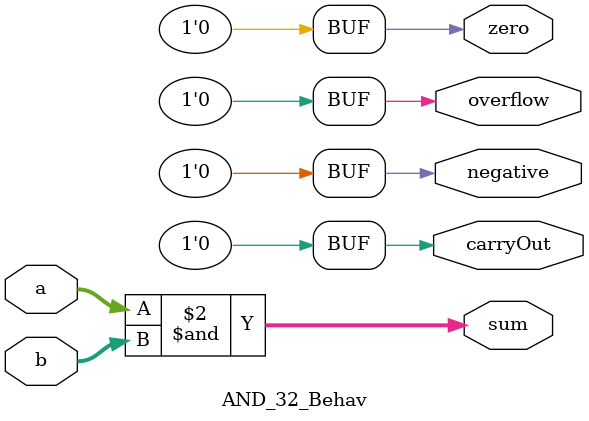
<source format=v>
module AND_32_Behav(a, b, sum, zero, overflow, carryOut, negative);

input wire [31:0] a, b;
output wire [31:0] sum;
output wire zero, overflow, carryOut, negative; 

	initial begin
		zero = 0;
		overflow = 0;
		carryOut = 0;
		negative = 0;
	end
	
	always @(*) begin 
		sum = a & b;
		zero = 0;
		overflow = 0;
		carryOut = 0;
		negative = 0;
	end
endmodule
</source>
